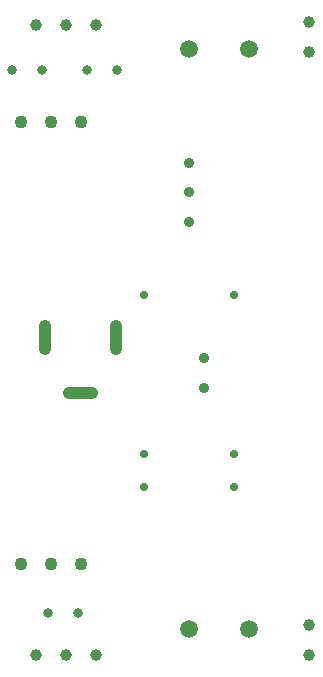
<source format=gbr>
%TF.GenerationSoftware,KiCad,Pcbnew,8.0.4*%
%TF.CreationDate,2024-09-05T09:16:46+05:30*%
%TF.ProjectId,BreadBoard_PowerSupply,42726561-6442-46f6-9172-645f506f7765,1*%
%TF.SameCoordinates,Original*%
%TF.FileFunction,Plated,1,2,PTH,Mixed*%
%TF.FilePolarity,Positive*%
%FSLAX46Y46*%
G04 Gerber Fmt 4.6, Leading zero omitted, Abs format (unit mm)*
G04 Created by KiCad (PCBNEW 8.0.4) date 2024-09-05 09:16:46*
%MOMM*%
%LPD*%
G01*
G04 APERTURE LIST*
%TA.AperFunction,ComponentDrill*%
%ADD10C,0.700000*%
%TD*%
%TA.AperFunction,ComponentDrill*%
%ADD11C,0.800000*%
%TD*%
%TA.AperFunction,ComponentDrill*%
%ADD12C,0.900000*%
%TD*%
%TA.AperFunction,ComponentDrill*%
%ADD13C,1.000000*%
%TD*%
G04 aperture for slot hole*
%TA.AperFunction,ComponentDrill*%
%ADD14C,1.000000*%
%TD*%
%TA.AperFunction,ComponentDrill*%
%ADD15C,1.100000*%
%TD*%
%TA.AperFunction,ComponentDrill*%
%ADD16C,1.520000*%
%TD*%
G04 APERTURE END LIST*
D10*
%TO.C,R1*%
X168645000Y-91186000D03*
%TO.C,R3*%
X168645000Y-104648000D03*
%TO.C,R2*%
X168645000Y-107442000D03*
%TO.C,R1*%
X176265000Y-91186000D03*
%TO.C,R3*%
X176265000Y-104648000D03*
%TO.C,R2*%
X176265000Y-107442000D03*
D11*
%TO.C,C1*%
X157500000Y-72136000D03*
X160000000Y-72136000D03*
%TO.C,C3*%
X160548000Y-118110000D03*
X163048000Y-118110000D03*
%TO.C,C2*%
X163850000Y-72136000D03*
X166350000Y-72136000D03*
D12*
%TO.C,S1*%
X172466000Y-80010000D03*
X172466000Y-82510000D03*
X172466000Y-85010000D03*
%TO.C,D1*%
X173736000Y-96520000D03*
X173736000Y-99060000D03*
D13*
%TO.C,J4*%
X159512000Y-68326000D03*
%TO.C,J3*%
X159512000Y-121666000D03*
D14*
%TO.C,J6*%
X160274000Y-95800500D02*
X160274000Y-93800500D01*
D13*
%TO.C,J4*%
X162052000Y-68326000D03*
%TO.C,J3*%
X162052000Y-121666000D03*
D14*
%TO.C,J6*%
X164274000Y-99500500D02*
X162274000Y-99500500D01*
D13*
%TO.C,J4*%
X164592000Y-68326000D03*
%TO.C,J3*%
X164592000Y-121666000D03*
D14*
%TO.C,J6*%
X166274000Y-95800500D02*
X166274000Y-93800500D01*
D13*
%TO.C,J2*%
X182626000Y-68067000D03*
X182626000Y-70607000D03*
%TO.C,J1*%
X182626000Y-119120000D03*
X182626000Y-121660000D03*
D15*
%TO.C,U1*%
X158242000Y-76525000D03*
%TO.C,U2*%
X158242000Y-113975000D03*
%TO.C,U1*%
X160782000Y-76525000D03*
%TO.C,U2*%
X160782000Y-113975000D03*
%TO.C,U1*%
X163322000Y-76525000D03*
%TO.C,U2*%
X163322000Y-113975000D03*
D16*
%TO.C,J5*%
X172466000Y-70358000D03*
%TO.C,J7*%
X172466000Y-119470000D03*
%TO.C,J5*%
X177546000Y-70358000D03*
%TO.C,J7*%
X177546000Y-119470000D03*
M02*

</source>
